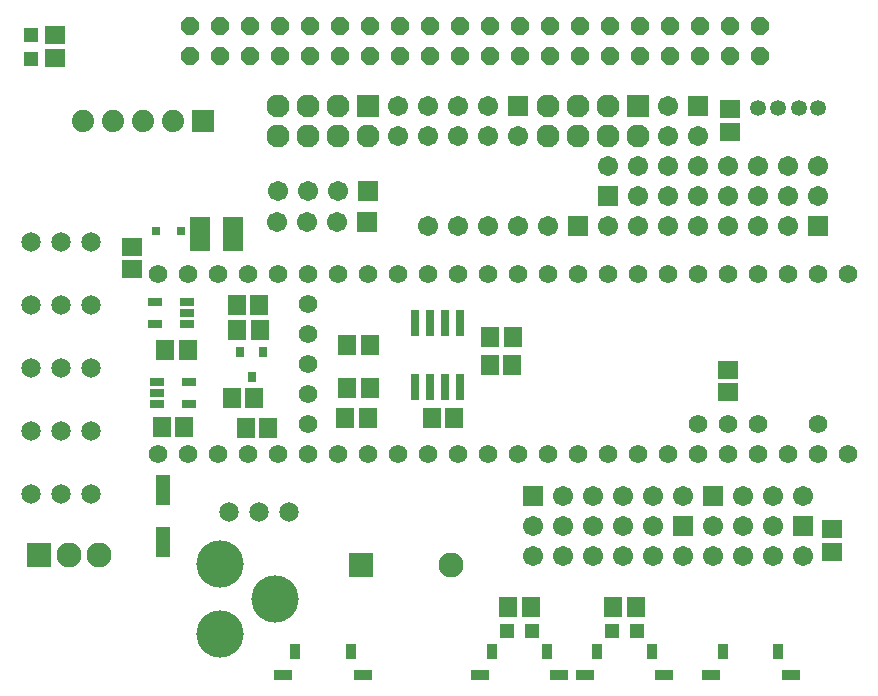
<source format=gts>
G04 DipTrace Beta 3.0.9.0*
G04 TeensyArbotixProRPIT3.6V0.3.gts*
%MOIN*%
G04 #@! TF.FileFunction,Soldermask,Top*
G04 #@! TF.Part,Single*
%AMOUTLINE0*
4,1,4,
-0.0175,-0.025,
-0.0175,0.025,
0.0175,0.025,
0.0175,-0.025,
-0.0175,-0.025,
0*%
%AMOUTLINE1*
4,1,4,
0.0285,-0.0155,
-0.0285,-0.0155,
-0.0285,0.0155,
0.0285,0.0155,
0.0285,-0.0155,
0*%
%AMOUTLINE2*5,1,8,0,0,0.065199,-22.499571*%
%ADD32R,0.05X0.1*%
%ADD37R,0.074X0.074*%
%ADD38C,0.074*%
%ADD41C,0.15748*%
%ADD44C,0.065199*%
%ADD45R,0.047244X0.047244*%
%ADD46C,0.05315*%
%ADD49R,0.031496X0.035433*%
%ADD52C,0.06194*%
%ADD71R,0.031654X0.031654*%
%ADD75R,0.031654X0.086772*%
%ADD79R,0.051339X0.031654*%
%ADD83C,0.082835*%
%ADD85R,0.082835X0.082835*%
%ADD95C,0.07693*%
%ADD97R,0.07693X0.07693*%
%ADD103C,0.067087*%
%ADD105R,0.067087X0.067087*%
%ADD107R,0.067087X0.059213*%
%ADD109R,0.071024X0.114331*%
%ADD113R,0.059213X0.067087*%
%ADD119OUTLINE0*%
%ADD120OUTLINE1*%
%ADD121OUTLINE2*%
%FSLAX26Y26*%
G04*
G70*
G90*
G75*
G01*
G04 TopMask*
%LPD*%
D113*
X1616746Y1305891D3*
X1541943D3*
D32*
X933853Y1066785D3*
Y891785D3*
D113*
X942688Y1530458D3*
X1017491D3*
X1831688Y1305672D3*
X1906491D3*
D109*
X1058050Y1919275D3*
X1168286D3*
D113*
X2098481Y1481641D3*
X2023677D3*
X1005170Y1274318D3*
X930366D3*
D107*
X3165457Y859415D3*
Y934218D3*
D105*
X2668561Y944016D3*
D103*
Y844016D3*
X2568561Y944016D3*
Y844016D3*
X2468561Y944016D3*
Y844016D3*
X2368561Y944016D3*
Y844016D3*
X2268561Y944016D3*
Y844016D3*
X2168561Y944016D3*
Y844016D3*
D105*
Y1044016D3*
D103*
X2268561D3*
X2368561D3*
X2468561D3*
X2568561D3*
X2668561D3*
D105*
X3068561Y944016D3*
D103*
Y844016D3*
X2968561Y944016D3*
Y844016D3*
X2868561Y944016D3*
Y844016D3*
X2768561Y944016D3*
Y844016D3*
D105*
Y1044016D3*
D103*
X2868561D3*
X2968561D3*
X3068561D3*
D105*
X2419016Y2044016D3*
D103*
Y2144016D3*
X2519016Y2044016D3*
Y2144016D3*
X2619016Y2044016D3*
Y2144016D3*
X2719016Y2044016D3*
Y2144016D3*
X2819016Y2044016D3*
Y2144016D3*
X2919016Y2044016D3*
Y2144016D3*
X3019016Y2044016D3*
Y2144016D3*
X3119016Y2044016D3*
Y2144016D3*
D37*
X1069016Y2294016D3*
D38*
X969016D3*
X869016D3*
X669016D3*
X769016D3*
D105*
X2719016Y2344016D3*
D103*
Y2244016D3*
X2619016Y2344016D3*
Y2244016D3*
D97*
X2519016Y2344016D3*
D95*
X2419016D3*
X2319016D3*
X2219016D3*
Y2244016D3*
X2319016D3*
X2419016D3*
X2519016D3*
D41*
X1124016Y820390D3*
Y584170D3*
X1309055Y702280D3*
D119*
X2030885Y524016D3*
X2215885D3*
D120*
X1990385Y449516D3*
X2256385D3*
D121*
X1023544Y2510945D3*
Y2610945D3*
X1123544Y2510945D3*
Y2610945D3*
X1223544Y2510945D3*
Y2610945D3*
X1323544Y2510945D3*
Y2610945D3*
X1423544Y2510945D3*
Y2610945D3*
X1523544Y2510945D3*
Y2610945D3*
X1623544Y2510945D3*
Y2610945D3*
X1723544Y2510945D3*
Y2610945D3*
X1823544Y2510945D3*
Y2610945D3*
X1923544Y2510945D3*
Y2610945D3*
X2023544Y2510945D3*
Y2610945D3*
X2123544Y2510945D3*
Y2610945D3*
X2223544Y2510945D3*
Y2610945D3*
X2323544Y2510945D3*
Y2610945D3*
X2423544Y2510945D3*
Y2610945D3*
X2523544Y2510945D3*
Y2610945D3*
X2623544Y2510945D3*
Y2610945D3*
X2723544Y2510945D3*
Y2610945D3*
X2823544Y2510945D3*
Y2610945D3*
X2923544Y2510945D3*
Y2610945D3*
D44*
X494016Y1891023D3*
X594016D3*
X694016D3*
X494016Y1681023D3*
X594016D3*
X694016D3*
X494016Y1471023D3*
X594016D3*
X694016D3*
X494016Y1261023D3*
X594016D3*
X694016D3*
X494016Y1051023D3*
X594016D3*
X694016D3*
X1355788Y991861D3*
X1255788D3*
X1155788D3*
D105*
X3119016Y1944016D3*
D103*
X3019016D3*
X2919016D3*
X2819016D3*
X2719016D3*
X2619016D3*
X2519016D3*
X2419016D3*
D105*
X2319016D3*
D103*
X2219016D3*
X2119016D3*
X2019016D3*
X1919016D3*
X1819016D3*
D45*
X2164723Y594016D3*
X2082046D3*
X2514723D3*
X2432046D3*
D46*
X3119667Y2339007D3*
X3054667D3*
X2984667D3*
X2919667D3*
D45*
X494778Y2500529D3*
Y2583206D3*
D85*
X520557Y849233D3*
D83*
X620557D3*
X720557D3*
D49*
X1267525Y1524100D3*
X1192722D3*
X1230124Y1441423D3*
D113*
X1285605Y1271906D3*
X1210802D3*
D107*
X2819320Y1465904D3*
Y1391101D3*
X830469Y1876446D3*
Y1801643D3*
D113*
X2100360Y1575170D3*
X2025557D3*
D107*
X575080Y2506145D3*
Y2580948D3*
D113*
X1165183Y1373352D3*
X1239986D3*
X2160786Y674016D3*
X2085983D3*
X1180891Y1683156D3*
X1255694D3*
X1182601Y1599009D3*
X1257404D3*
D107*
X2823517Y2334710D3*
Y2259907D3*
D113*
X2510786Y674016D3*
X2435983D3*
X1624630Y1405702D3*
X1549827D3*
D119*
X1376516Y524016D3*
X1561516D3*
D120*
X1336016Y449516D3*
X1602016D3*
D119*
X2380885Y524016D3*
X2565885D3*
D120*
X2340385Y449516D3*
X2606385D3*
D119*
X2801516Y524016D3*
X2986516D3*
D120*
X2761016Y449516D3*
X3027016D3*
D105*
X1617578Y2061883D3*
D103*
X1517578D3*
X1417578D3*
X1317578D3*
D105*
X1614036Y1959914D3*
D103*
X1514036D3*
X1414036D3*
X1314036D3*
D97*
X1619016Y2344016D3*
D95*
X1519016D3*
X1419016D3*
X1319016D3*
Y2244016D3*
X1419016D3*
X1519016D3*
X1619016D3*
D105*
X2119016Y2344016D3*
D103*
Y2244016D3*
X2019016Y2344016D3*
Y2244016D3*
X1919016Y2344016D3*
Y2244016D3*
X1819016Y2344016D3*
Y2244016D3*
X1719016Y2344016D3*
Y2244016D3*
D85*
X1596317Y814777D3*
D83*
X1895529D3*
D79*
X913715Y1425414D3*
Y1388012D3*
Y1350610D3*
X1020015D3*
Y1425414D3*
D52*
X3219016Y1784016D3*
X3119016D3*
X3019016D3*
X2919016D3*
X2819016D3*
X2719016D3*
X2619016D3*
X2519016D3*
X2419016D3*
X2319016D3*
X2219016D3*
X2119016D3*
X2019016D3*
X1919016D3*
X1419016Y1284016D3*
Y1384016D3*
Y1484016D3*
Y1584016D3*
X1619016Y1184016D3*
X1919016D3*
X2019016D3*
X2119016D3*
X2219016D3*
X2319016D3*
X2419016D3*
X2519016D3*
X2619016D3*
X2719016D3*
X2819016D3*
X2919016D3*
X3019016D3*
X3119016D3*
X3219016D3*
X3119016Y1284016D3*
X2919016D3*
X2819016D3*
X2719016D3*
X1319016Y1784016D3*
X1219016D3*
X1419016D3*
X1519016D3*
X1619016D3*
X1719016D3*
X1119016D3*
X1019016D3*
X919016D3*
Y1184016D3*
X1819016Y1784016D3*
X1019016Y1184016D3*
X1819016D3*
X1119016D3*
X1319016D3*
X1419016D3*
X1519016D3*
X1219016D3*
X1719016D3*
X1419016Y1684016D3*
D79*
X1014109Y1617776D3*
Y1655177D3*
Y1692579D3*
X907810D3*
Y1617776D3*
D75*
X1925902Y1621978D3*
X1875902D3*
X1825902D3*
X1775902D3*
Y1409380D3*
X1825902D3*
X1875902D3*
X1925902D3*
D113*
X1549827Y1547112D3*
X1624630D3*
D71*
X910026Y1929049D3*
X996641D3*
M02*

</source>
